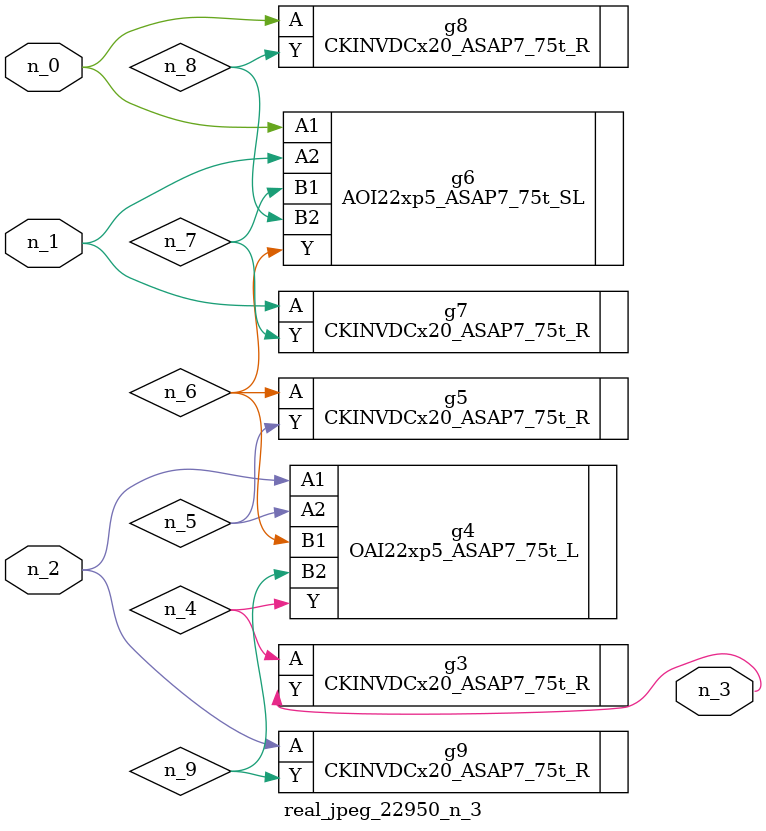
<source format=v>
module real_jpeg_22950_n_3 (n_1, n_0, n_2, n_3);

input n_1;
input n_0;
input n_2;

output n_3;

wire n_5;
wire n_8;
wire n_4;
wire n_6;
wire n_7;
wire n_9;

AOI22xp5_ASAP7_75t_SL g6 ( 
.A1(n_0),
.A2(n_1),
.B1(n_7),
.B2(n_8),
.Y(n_6)
);

CKINVDCx20_ASAP7_75t_R g8 ( 
.A(n_0),
.Y(n_8)
);

CKINVDCx20_ASAP7_75t_R g7 ( 
.A(n_1),
.Y(n_7)
);

OAI22xp5_ASAP7_75t_L g4 ( 
.A1(n_2),
.A2(n_5),
.B1(n_6),
.B2(n_9),
.Y(n_4)
);

CKINVDCx20_ASAP7_75t_R g9 ( 
.A(n_2),
.Y(n_9)
);

CKINVDCx20_ASAP7_75t_R g3 ( 
.A(n_4),
.Y(n_3)
);

CKINVDCx20_ASAP7_75t_R g5 ( 
.A(n_6),
.Y(n_5)
);


endmodule
</source>
